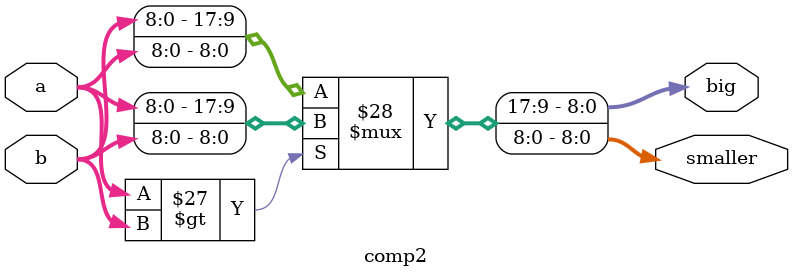
<source format=v>
module ESCAPE(
  //Input Port
  clk,
  rst_n,
  in_valid1,
  in_valid2,
  in,
  in_data,
  //Output Port
  out_valid1,
  out_valid2,
  out,
  out_data
);
// ===============================================================
// INPUT OUTPUT
// ===============================================================
input clk, rst_n, in_valid1, in_valid2;
input [1:0] in;
input [8:0] in_data;    
output reg	out_valid1, out_valid2;
output reg [2:0] out;
output reg [8:0] out_data;

// ===============================================================
// Parameters & Integer Declaration
// ===============================================================
parameter IDLE   = 3'd0;
parameter READ   = 3'd1;
parameter RESET  = 3'd2;
parameter START  = 3'd3;
parameter GETPAS = 3'd4;
parameter OUTPUT = 3'd5;  

integer i,j;
// ===============================================================
// Wire & Reg Declaration
// ===============================================================
//input register
reg [1:0] map_in [0:224];
reg [8:0] map_in_cnt;
reg [1:0] map [0:18][0:18];
reg signed [8:0] in_data_reg [0:3]; 
//reg [33:0] map_in [0:16];
//wire [33:0] map_out [0:16];
wire signed [9:0] in_data_sign; 
assign in_data_sign = {in_data[8],in_data};

//state machine
reg [2:0] current_state,next_state;
wire fin_maze;

//map info 
//reg [7:0] map2 [0:16][0:16];//128?
reg [2:0] H_num;//# of hostage 
reg [4:0] X_cnt, Y_cnt;//coordinate
//reg [4:0] X_cnt1, Y_cnt1;//coordinate
reg [1:0] Turn;//recordding previous step direction  0:Right 1:Down 2:Left 3:UP
reg [2:0] H_cnt; //count # of hostage 
reg       Stall,Find_h;
reg [2:0] in_data_cnt; //count # of password

//out register
//reg [1:0] out_reg [0:288];
wire signed [8:0] sort_out_data_reg0 [0:3];
wire signed [8:0] sort_out_data_reg1 [0:1];
wire signed [8:0] sort_out_data_reg2 [0:3];
reg signed [8:0] ex3_out_data_reg [0:3];
/*wire signed [8:0] ex3_out_sort_data_reg0 [0:3];
wire signed [8:0] ex3_out_sort_data_reg1 [0:1];
wire signed [8:0] ex3_out_sort_data_reg2 [0:3];*/
reg signed [8:0] sub_out_data_reg [0:3];
//reg signed [8:0] cum_out_data_reg [0:3];
reg signed [8:0] out_data_reg [0:3];
reg signed [8:0] max,min;
wire signed [8:0] mean;
reg signed [4:0] Y [0:3];
reg signed [7:0] X [0:3];
wire signed [8:0] tmp [0:3];
// ===============================================================
// Assign
// ===============================================================
assign fin_maze = (X_cnt == 5'd17) && (Y_cnt == 5'd17) && (H_cnt == 3'd0);

// ===============================================================
// Handle Input
// ===============================================================
//in_data_reg
always @(posedge clk or negedge rst_n) begin
  if (!rst_n) begin
    for(i=0; i < 4 ; i=i+1)in_data_reg[i] <= 9'd0;
  end
  else if (in_valid2) begin
    for(i=0; i < 4 ; i=i+1) begin
      if(i == in_data_cnt) in_data_reg[i] <= /*in_data*/in_data_sign;
      else                 in_data_reg[i] <= in_data_reg[i];
    end
  end      
  else begin 
    for(i=0; i < 4 ; i=i+1) begin
      if(i<H_num) in_data_reg[i]<= in_data_reg[i];
      else in_data_reg[i] <= -9'd256;
    end
  end            
end

always @(posedge clk or negedge rst_n) begin
  if      (!rst_n)                  in_data_cnt <= 3'd0;
  else if (in_valid2)               in_data_cnt <= in_data_cnt + 1'd1;
  else if (current_state == RESET)  in_data_cnt <= 3'd0;
  else if (current_state == OUTPUT) in_data_cnt <= in_data_cnt + 1'd1;
  else                              in_data_cnt <= in_data_cnt;
end

always @(posedge clk or negedge rst_n) begin
  if (!rst_n) for(i=0; i < 225 ; i=i+1)        map_in[i] <= 2'd0;
  else if (in_valid1) begin
     if (~Y_cnt[0] || (Y_cnt[0] && ~X_cnt[0])) map_in[map_in_cnt] <= in;
     else for(i=0; i < 225 ; i=i+1)            map_in[i] <= map_in[i];
  end
  else    for(i=0; i < 225 ; i=i+1)            map_in[i] <= map_in[i];
end

always @(posedge clk or negedge rst_n) begin
  if (!rst_n)                                 map_in_cnt <= 9'd0;
  else if (in_valid1) begin
    if (~Y_cnt[0] || (Y_cnt[0] && ~X_cnt[0])) map_in_cnt <= map_in_cnt + 1;
    else                                      map_in_cnt <= map_in_cnt;
  end
  else                                        map_in_cnt <= 9'd0;
end

always @(*) begin
  if (!rst_n) begin
    for(i=0; i < 19 ; i=i+1) begin
      for(j=0; j < 19; j=j+1) 
        map[i][j] = 2'd0;
    end  
  end  
  else begin
    for(i=1; i < 18 ; i=i+1) map[1][i] = map_in[i-1];
    map[2][1] = map_in[17];
    map[2][3] = map_in[18];
    map[2][5] = map_in[19];
    map[2][7] = map_in[20];
    map[2][9] = map_in[21];
    map[2][11] = map_in[22];
    map[2][13] = map_in[23];
    map[2][15] = map_in[24];
    map[2][17] = map_in[25];
    map[3][1]  = map_in[26];
    map[3][2]  = map_in[27];
    map[3][3]  = map_in[28];
    map[3][4]  = map_in[29];
    map[3][5]  = map_in[30];
    map[3][6]  = map_in[31];
    map[3][7]  = map_in[32];
    map[3][8]  = map_in[33];
    map[3][9]  = map_in[34];
    map[3][10] = map_in[35];
    map[3][11] = map_in[36];
    map[3][12] = map_in[37];
    map[3][13] = map_in[38];
    map[3][14] = map_in[39];
    map[3][15] = map_in[40];
    map[3][16] = map_in[41];
    map[3][17] = map_in[42];
    map[4][1]  = map_in[43];
    map[4][3]  = map_in[44];
    map[4][5]  = map_in[45];
    map[4][7]  = map_in[46];
    map[4][9]  = map_in[47];
    map[4][11] = map_in[48];
    map[4][13] = map_in[49];
    map[4][15] = map_in[50];
    map[4][17] = map_in[51];
    map[5][1]  = map_in[52];
    map[5][2]  = map_in[53];
    map[5][3]  = map_in[54];
    map[5][4]  = map_in[55];
    map[5][5]  = map_in[56];
    map[5][6]  = map_in[57];
    map[5][7]  = map_in[58];
    map[5][8]  = map_in[59];
    map[5][9]  = map_in[60];
    map[5][10] = map_in[61];
    map[5][11] = map_in[62];
    map[5][12] = map_in[63];
    map[5][13] = map_in[64];
    map[5][14] = map_in[65];
    map[5][15] = map_in[66];
    map[5][16] = map_in[67];
    map[5][17] = map_in[68];
    map[6][1]  = map_in[69];
    map[6][3]  = map_in[70];
    map[6][5]  = map_in[71];
    map[6][7]  = map_in[72];
    map[6][9]  = map_in[73];
    map[6][11] = map_in[74];
    map[6][13] = map_in[75];
    map[6][15] = map_in[76];
    map[6][17] = map_in[77];
    map[7][1]  = map_in[78];
    map[7][2]  = map_in[79];
    map[7][3]  = map_in[80];
    map[7][4]  = map_in[81];
    map[7][5]  = map_in[82];
    map[7][6]  = map_in[83];
    map[7][7]  = map_in[84];
    map[7][8]  = map_in[85];
    map[7][9]  = map_in[86];
    map[7][10] = map_in[87];
    map[7][11] = map_in[88];
    map[7][12] = map_in[89];
    map[7][13] = map_in[90];
    map[7][14] = map_in[91];
    map[7][15] = map_in[92];
    map[7][16] = map_in[93];
    map[7][17] = map_in[94];
    map[8][1]  = map_in[95];
    map[8][3]  = map_in[96];
    map[8][5]  = map_in[97];
    map[8][7]  = map_in[98];
    map[8][9]  = map_in[99];
    map[8][11] = map_in[100];
    map[8][13] = map_in[101];
    map[8][15] = map_in[102];
    map[8][17] = map_in[103];
    map[9][1]  = map_in[104];
    map[9][2]  = map_in[105];
    map[9][3]  = map_in[106];
    map[9][4]  = map_in[107];
    map[9][5]  = map_in[108];
    map[9][6]  = map_in[109];
    map[9][7]  = map_in[110];
    map[9][8]  = map_in[111];
    map[9][9]  = map_in[112];
    map[9][10] = map_in[113];
    map[9][11] = map_in[114];
    map[9][12] = map_in[115];
    map[9][13] = map_in[116];
    map[9][14] = map_in[117];
    map[9][15] = map_in[118];
    map[9][16] = map_in[119];
    map[9][17] = map_in[120];
    map[10][1] = map_in[121];
    map[10][3] = map_in[122];
    map[10][5] = map_in[123];
    map[10][7] = map_in[124];
    map[10][9] = map_in[125];
    map[10][11] = map_in[126];
    map[10][13] = map_in[127];
    map[10][15] = map_in[128];
    map[10][17] = map_in[129];
    map[11][1] = map_in[130];
    map[11][2] = map_in[131];
    map[11][3] = map_in[132];
    map[11][4] = map_in[133];
    map[11][5] = map_in[134];
    map[11][6] = map_in[135];
    map[11][7] = map_in[136];
    map[11][8] = map_in[137];
    map[11][9] = map_in[138];
    map[11][10] = map_in[139];
    map[11][11] = map_in[140];
    map[11][12] = map_in[141];
    map[11][13] = map_in[142];
    map[11][14] = map_in[143];
    map[11][15] = map_in[144];
    map[11][16] = map_in[145];
    map[11][17] = map_in[146];
    map[12][1] = map_in[147];
    map[12][3] = map_in[148];
    map[12][5] = map_in[149];
    map[12][7] = map_in[150];
    map[12][9] = map_in[151];
    map[12][11] = map_in[152];
    map[12][13] = map_in[153];
    map[12][15] = map_in[154];
    map[12][17] = map_in[155];
    map[13][1] = map_in[156];
    map[13][2] = map_in[157];
    map[13][3] = map_in[158];
    map[13][4] = map_in[159];
    map[13][5] = map_in[160];
    map[13][6] = map_in[161];
    map[13][7] = map_in[162];
    map[13][8] = map_in[163];
    map[13][9] = map_in[164];
    map[13][10] = map_in[165];
    map[13][11] = map_in[166];
    map[13][12] = map_in[167];
    map[13][13] = map_in[168];
    map[13][14] = map_in[169];
    map[13][15] = map_in[170];
    map[13][16] = map_in[171];
    map[13][17] = map_in[172];
    map[14][1] = map_in[173];
    map[14][3] = map_in[174];
    map[14][5] = map_in[175];
    map[14][7] = map_in[176];
    map[14][9] = map_in[177];
    map[14][11] = map_in[178];
    map[14][13] = map_in[179];
    map[14][15] = map_in[180];
    map[14][17] = map_in[181];
    map[15][1] = map_in[182];
    map[15][2] = map_in[183];
    map[15][3] = map_in[184];
    map[15][4] = map_in[185];
    map[15][5] = map_in[186];
    map[15][6] = map_in[187];
    map[15][7] = map_in[188];
    map[15][8] = map_in[189];
    map[15][9] = map_in[190];
    map[15][10] = map_in[191];
    map[15][11] = map_in[192];
    map[15][12] = map_in[193];
    map[15][13] = map_in[194];
    map[15][14] = map_in[195];
    map[15][15] = map_in[196];
    map[15][16] = map_in[197];
    map[15][17] = map_in[198];
    map[16][1] = map_in[199];
    map[16][3] = map_in[200];
    map[16][5] = map_in[201];
    map[16][7] = map_in[202];
    map[16][9] = map_in[203];
    map[16][11] = map_in[204];
    map[16][13] = map_in[205];
    map[16][15] = map_in[206];
    map[16][17] = map_in[207];
    for(i=1; i < 18 ; i=i+1) map[17][i] = map_in[i+207];
    for(i=2; i < 17; i=i+2) begin
      for(j=2; j < 17; j=j+2) map[i][j] = 2'd0;
    end
    for(i=0; i < 19 ; i=i+1) map[i][18] = 2'd0;
    for(i=0; i < 19 ; i=i+1) map[18][i] = 2'd0;
    for(i=0; i < 19 ; i=i+1) map[i][0] = 2'd0;
    for(i=0; i < 19 ; i=i+1) map[0][i] = 2'd0;
  end
end

always @(posedge clk or negedge rst_n) begin
  if (!rst_n) H_num <= 3'd0;
  else if (current_state == READ && (map_in[map_in_cnt-1]== 2'd3))   H_num <= H_num + 1'd1;
  else if (current_state == IDLE)                                    H_num <= 3'd0;
  else                                                               H_num <= H_num;                             
end

always @(posedge clk or negedge rst_n) begin
  if (!rst_n)                     H_cnt <= 3'd0;
  else if (current_state == READ) H_cnt <= H_num;
  else if (Find_h)                H_cnt <= H_cnt - 1'd1;
  else                            H_cnt <= H_cnt;
end

// ===============================================================
// Counter
// ===============================================================
always @(posedge clk or negedge rst_n) begin
  if (!rst_n) begin
    X_cnt <= 9'd0;
    Y_cnt <= 9'd0;
  end
  else if (/*current_state == READ && next_state == READ*/in_valid1) begin
    if(X_cnt == 9'd16) begin
      X_cnt <= 9'd0;
      Y_cnt <= Y_cnt + 1;
    end
    else begin
      X_cnt <= X_cnt + 1;
      Y_cnt <= Y_cnt;
    end
  end
  else if (current_state == START) begin  
    if(~Stall && ~Find_h && ~fin_maze) begin
      //0:Right 1:Down 2:Left 3:UP
      case (Turn)
        2'd0: begin //face Right
          if(map[Y_cnt+1][X_cnt] != 2'd0) begin //Down == turn right
            X_cnt <= X_cnt;
            Y_cnt <= Y_cnt + 1'b1;
          end
          else if (map[Y_cnt][X_cnt+1] != 2'd0) begin //Right == go straight
            X_cnt <= X_cnt + 1'b1;
            Y_cnt <= Y_cnt;
          end
          else if (map[Y_cnt-1][X_cnt] != 2'd0) begin //UP  == turn Left
            X_cnt <= X_cnt;
            Y_cnt <= Y_cnt - 1'b1;
          end
          else/* if (map[Y_cnt][X_cnt-1] != 2'd0) */begin //Left  == turn back
            X_cnt <= X_cnt - 1'b1;
            Y_cnt <= Y_cnt;
          end
        end
        2'd1: begin //face Down
          if (map[Y_cnt][X_cnt-1] != 2'd0) begin //Left  == turn Right
            X_cnt <= X_cnt - 1'b1;
            Y_cnt <= Y_cnt;
          end
          else if(map[Y_cnt+1][X_cnt] != 2'd0) begin //Down == go straight
            X_cnt <= X_cnt;
            Y_cnt <= Y_cnt + 1'b1; 
          end
          else if (map[Y_cnt][X_cnt+1] != 2'd0) begin //Right ==  turn Left
            X_cnt <= X_cnt + 1'b1;
            Y_cnt <= Y_cnt;
          end
          else/* if (map[Y_cnt-1][X_cnt] != 2'd0) */begin //UP == turn back
            X_cnt <= X_cnt;
            Y_cnt <= Y_cnt - 1'b1;
          end
        end
        2'd2: begin //face Left
          if (map[Y_cnt-1][X_cnt] != 2'd0) begin //UP == turn Right
            X_cnt <= X_cnt;
            Y_cnt <= Y_cnt - 1'b1;
          end
          else if (map[Y_cnt][X_cnt-1] != 2'd0) begin //Left  ==  go straight
            X_cnt <= X_cnt - 1'b1;
            Y_cnt <= Y_cnt; 
          end
          else if(map[Y_cnt+1][X_cnt] != 2'd0) begin //Down == turn Left 
            X_cnt <= X_cnt;
            Y_cnt <= Y_cnt + 1'b1;
          end
          else/* if (map[Y_cnt][X_cnt+1] != 2'd0) */begin //Right == turn back
            X_cnt <= X_cnt + 1'b1;
            Y_cnt <= Y_cnt;
          end
        end
        2'd3: begin
          if (map[Y_cnt][X_cnt+1] != 2'd0) begin //Right == turn Right 
            X_cnt <= X_cnt + 1'b1;
            Y_cnt <= Y_cnt;
          end
          else if (map[Y_cnt-1][X_cnt] != 2'd0) begin //UP == go straight
            X_cnt <= X_cnt;
            Y_cnt <= Y_cnt - 1'b1;
          end
          else if (map[Y_cnt][X_cnt-1] != 2'd0) begin //Left  == turn Left 
            X_cnt <= X_cnt - 1'b1;
            Y_cnt <= Y_cnt;
          end
          else/* if(map[Y_cnt+1][X_cnt] != 2'd0) */begin //Down ==  turn back
            X_cnt <= X_cnt;
            Y_cnt <= Y_cnt + 1'b1;
          end
        end
      endcase
    end
    else begin //restore to not stall condition
      X_cnt  <= X_cnt;
      Y_cnt  <= Y_cnt;
    end
  end
  else if (current_state == GETPAS) begin
    X_cnt  <= X_cnt;
    Y_cnt  <= Y_cnt;
  end
  else if (current_state == RESET) begin
    X_cnt  <= 9'd1;
    Y_cnt  <= 9'd1;
  end
  else begin
    X_cnt <= 9'd0;
    Y_cnt <= 9'd0;
  end
end

always @(posedge clk or negedge rst_n) begin
  if (!rst_n) Turn  <= 2'd0;
  else if (current_state == START) begin  
    if(~Stall && ~Find_h && ~fin_maze) begin//0:Right 1:Down 2:Left 3:UP
      case (Turn)
        2'd0: begin //face Right
          if      (map[Y_cnt+1][X_cnt] != 2'd0) Turn  <= 2'b1; //face turn Down //Down == turn right
          else if (map[Y_cnt][X_cnt+1] != 2'd0) Turn  <= 2'd0; //face turn Right //Right == go straight
          else if (map[Y_cnt-1][X_cnt] != 2'd0) Turn  <= 2'd3; //face turn UP //UP  == turn Left
          else                                  Turn  <= 2'd2; //face turn Left  //Left  == turn back
        end
        2'd1: begin //face Down
          if      (map[Y_cnt][X_cnt-1] != 2'd0) Turn  <= 2'd2; //face turn Left  //Left  == turn Right
          else if (map[Y_cnt+1][X_cnt] != 2'd0) Turn  <= 2'b1; //face turn Down  //Down == go straight
          else if (map[Y_cnt][X_cnt+1] != 2'd0) Turn  <= 2'd0; //face turn Right  //Right ==  turn Left
          else                                  Turn  <= 2'd3; //face turn UP  //UP == turn back
        end
        2'd2: begin //face Left
          if      (map[Y_cnt-1][X_cnt] != 2'd0) Turn  <= 2'd3; //face turn UP  //UP == turn Right
          else if (map[Y_cnt][X_cnt-1] != 2'd0) Turn  <= 2'd2; //face turn Left  //Left  ==  go straight
          else if (map[Y_cnt+1][X_cnt] != 2'd0) Turn  <= 2'b1; //face turn Down  //Down == turn Left 
          else                                  Turn  <= 2'd0; //face turn Right  //Right == turn back
        end
        2'd3: begin
          if      (map[Y_cnt][X_cnt+1] != 2'd0) Turn  <= 2'd0; //face turn Right  //Right == turn Right 
          else if (map[Y_cnt-1][X_cnt] != 2'd0) Turn  <= 2'd3;//face turn UP  //UP == go straight
          else if (map[Y_cnt][X_cnt-1] != 2'd0) Turn  <= 2'd2; //face turn Left  //Left  == turn Left 
          else                                  Turn  <= 2'b1;//face turn Down  //Down ==  turn back
        end
      endcase
    end
    else  Turn  <= Turn;
  end
  else if (current_state == GETPAS) Turn <= Turn;
  else  Turn  <= 2'd0;
end
// ===============================================================
// Wall follower algorithm
// ===============================================================
always @(posedge clk or negedge rst_n) begin
  if (!rst_n) begin
    Find_h <= 1'd0;
    Stall  <= 1'd0;
  end  
  else if (current_state == START) begin  
    if(~Stall && ~Find_h) begin
      //0:Right 1:Down 2:Left 3:UP
      case (Turn)
        2'd0: begin //face Right
          if (map[Y_cnt+1][X_cnt] != 2'd0) begin //Down == turn right
            if(map[Y_cnt+1][X_cnt] == 2'd2 ) Stall <= 1'b1;
            else                             Stall <= 1'b0;
            if(map[Y_cnt+1][X_cnt] == 2'd3 && (H_cnt!=0)) Find_h <= 1'b1;
            else                                          Find_h <= 1'b0;
          end
          else if (map[Y_cnt][X_cnt+1] != 2'd0) begin //Right == go straight
            if(map[Y_cnt][X_cnt+1] == 2'd2) Stall <= 1'b1;
            else                            Stall <= 1'b0;
            if(map[Y_cnt][X_cnt+1] == 2'd3 && (H_cnt!=0)) Find_h <= 1'b1;
            else                                          Find_h <= 1'b0;
          end
          else if (map[Y_cnt-1][X_cnt] != 2'd0) begin //UP  == turn Left
            if(map[Y_cnt-1][X_cnt] == 2'd2) Stall <= 1'b1;
            else                            Stall <= 1'b0;
            if(map[Y_cnt-1][X_cnt] == 2'd3  && (H_cnt!=0)) Find_h <= 1'b1;
            else                                           Find_h <= 1'b0;
          end
          else/* if (map[Y_cnt][X_cnt-1] != 2'd0) */begin //Left  == turn back
            if(map[Y_cnt][X_cnt-1] == 2'd2) Stall <= 1'b1;
            else                            Stall <= 1'b0;
            if(map[Y_cnt][X_cnt-1] == 2'd3  && (H_cnt!=0)) Find_h <= 1'b1;
            else                                           Find_h <= 1'b0;
          end
        end
        2'd1: begin //face Down
          if (map[Y_cnt][X_cnt-1] != 2'd0) begin //Left  == turn Right
            if(map[Y_cnt][X_cnt-1] == 2'd2) Stall <= 1'b1;
            else                            Stall <= 1'b0;
            if(map[Y_cnt][X_cnt-1] == 2'd3  && (H_cnt!=0)) Find_h <= 1'b1;
            else                                           Find_h <= 1'b0;
          end
          else if(map[Y_cnt+1][X_cnt] != 2'd0) begin //Down == go straight
            if(map[Y_cnt+1][X_cnt] == 2'd2) Stall <= 1'b1;
            else                            Stall <= 1'b0;
            if(map[Y_cnt+1][X_cnt] == 2'd3  && (H_cnt!=0)) Find_h <= 1'b1;
            else                                           Find_h <= 1'b0;
          end
          else if (map[Y_cnt][X_cnt+1] != 2'd0) begin //Right ==  turn Lef
            if(map[Y_cnt][X_cnt+1] == 2'd2) Stall <= 1'b1;
            else                            Stall <= 1'b0;
            if(map[Y_cnt][X_cnt+1] == 2'd3  && (H_cnt!=0)) Find_h <= 1'b1;
            else                            Find_h <= 1'b0;
          end
          else/* if (map[Y_cnt-1][X_cnt] != 2'd0) */begin //UP == turn back
            if(map[Y_cnt-1][X_cnt] == 2'd2) Stall <= 1'b1;
            else                            Stall <= 1'b0;
            if(map[Y_cnt-1][X_cnt] == 2'd3  && (H_cnt!=0)) Find_h <= 1'b1;
            else                                           Find_h <= 1'b0;
          end
        end
        2'd2: begin //face Left
          if (map[Y_cnt-1][X_cnt] != 2'd0) begin //UP == turn Right
            if(map[Y_cnt-1][X_cnt] == 2'd2) Stall <= 1'b1;
            else                            Stall <= 1'b0;
            if(map[Y_cnt-1][X_cnt] == 2'd3 && (H_cnt!=0)) Find_h <= 1'b1;
            else                                          Find_h <= 1'b0;
          end
          else if (map[Y_cnt][X_cnt-1] != 2'd0) begin //Left  ==  go straight 
            if(map[Y_cnt][X_cnt-1] == 2'd2) Stall <= 1'b1;
            else                            Stall <= 1'b0;
            if(map[Y_cnt][X_cnt-1] == 2'd3 && (H_cnt!=0)) Find_h <= 1'b1;
            else                                          Find_h <= 1'b0;
          end
          else if(map[Y_cnt+1][X_cnt] != 2'd0) begin //Down == turn Left 
            if(map[Y_cnt+1][X_cnt] == 2'd2) Stall <= 1'b1;
            else                            Stall <= 1'b0;
            if(map[Y_cnt+1][X_cnt] == 2'd3 && (H_cnt!=0)) Find_h <= 1'b1;
            else                                          Find_h <= 1'b0;
          end
          else/* if (map[Y_cnt][X_cnt+1] != 2'd0) */begin //Right == turn back
            if(map[Y_cnt][X_cnt+1] == 2'd2) Stall <= 1'b1;
            else                            Stall <= 1'b0;
            if(map[Y_cnt][X_cnt+1] == 2'd3 && (H_cnt!=0)) Find_h <= 1'b1;
            else                                          Find_h <= 1'b0;
          end
        end
        2'd3: begin
          if (map[Y_cnt][X_cnt+1] != 2'd0) begin //Right == turn Right 
            if(map[Y_cnt][X_cnt+1] == 2'd2) Stall <= 1'b1;
            else                            Stall <= 1'b0;
            if(map[Y_cnt][X_cnt+1] == 2'd3 && (H_cnt!=0)) Find_h <= 1'b1;
            else                                          Find_h <= 1'b0;
          end
          else if (map[Y_cnt-1][X_cnt] != 2'd0) begin //UP == go straight
            if(map[Y_cnt-1][X_cnt] == 2'd2) Stall <= 1'b1;
            else                            Stall <= 1'b0;
            if(map[Y_cnt-1][X_cnt] == 2'd3 && (H_cnt!=0)) Find_h <= 1'b1;
            else                                          Find_h <= 1'b0;
          end
          else if (map[Y_cnt][X_cnt-1] != 2'd0) begin //Left  == turn Left 
            if(map[Y_cnt][X_cnt-1] == 2'd2) Stall <= 1'b1;
            else                            Stall <= 1'b0;
            if(map[Y_cnt][X_cnt-1] == 2'd3 && (H_cnt!=0)) Find_h <= 1'b1;
            else                                          Find_h <= 1'b0;
          end
          else/* if(map[Y_cnt+1][X_cnt] != 2'd0) */begin //Down ==  turn back
            if(map[Y_cnt+1][X_cnt] == 2'd2) Stall <= 1'b1;
            else                            Stall <= 1'b0;
            if(map[Y_cnt+1][X_cnt] == 2'd3 && (H_cnt!=0)) Find_h <= 1'b1;
            else                                          Find_h <= 1'b0;
          end
        end
      endcase
    end
    else begin //stall finish
      Stall <= 1'b0;
      Find_h <= 1'b0;
    end
  end 
  else begin
    Find_h <= 1'b0;
    Stall  <= 1'b0;
  end
end
// ===============================================================
// Handle out_data
// ===============================================================
//sort
comp2 C0(.a(in_data_reg[0]), .b(in_data_reg[1]), .smaller(sort_out_data_reg0[1]), .big(sort_out_data_reg0[0]));
comp2 C1(.a(in_data_reg[2]), .b(in_data_reg[3]), .smaller(sort_out_data_reg0[3]), .big(sort_out_data_reg0[2]));
comp2 C2(.a(sort_out_data_reg0[0]), .b(sort_out_data_reg0[2]), .smaller(sort_out_data_reg1[0]), .big(sort_out_data_reg2[0]));
comp2 C3(.a(sort_out_data_reg0[1]), .b(sort_out_data_reg0[3]), .smaller(sort_out_data_reg2[3]), .big(sort_out_data_reg1[1]));
comp2 C4(.a(sort_out_data_reg1[0]), .b(sort_out_data_reg1[1]), .smaller(sort_out_data_reg2[2]), .big(sort_out_data_reg2[1]));
//ex-3
/*
comp2 C5(.a(ex3_out_data_reg[0]), .b(ex3_out_data_reg[1]), .smaller(ex3_out_sort_data_reg0[1]), .big(ex3_out_sort_data_reg0[0]));
comp2 C6(.a(ex3_out_data_reg[2]), .b(ex3_out_data_reg[3]), .smaller(ex3_out_sort_data_reg0[3]), .big(ex3_out_sort_data_reg0[2]));
comp2 C7(.a(ex3_out_sort_data_reg0[0]), .b(ex3_out_sort_data_reg0[2]), .smaller(ex3_out_sort_data_reg1[0]), .big(ex3_out_sort_data_reg2[0]));
comp2 C8(.a(ex3_out_sort_data_reg0[1]), .b(ex3_out_sort_data_reg0[3]), .smaller(ex3_out_sort_data_reg2[3]), .big(ex3_out_sort_data_reg1[1]));
comp2 C9(.a(ex3_out_sort_data_reg1[0]), .b(ex3_out_sort_data_reg1[1]), .smaller(ex3_out_sort_data_reg2[2]), .big(ex3_out_sort_data_reg2[1]));
*/
always @(*) begin
  if(!rst_n) for(i=0; i < 4; i=i+1) Y[i] = 5'd0;
  else begin
    for(i=0; i < 4; i=i+1) begin
       case (sort_out_data_reg2[i][3:0])  
        4'b0011: Y[i]=5'b00000;  
        4'b0100: Y[i]=5'b00001; 
        4'b0101: Y[i]=5'b00010;   
        4'b0110: Y[i]=5'b00011; 
        4'b0111: Y[i]=5'b00100;  
        4'b1000: Y[i]=5'b00101; 
        4'b1001: Y[i]=5'b00110;
        4'b1010: Y[i]=5'b00111;
        4'b1011: Y[i]=5'b01000;  
        4'b1100: Y[i]=5'b01001;   
        default: Y[i]=5'b00000;      
      endcase 
    end
  end
end

always @(*) begin
  if(!rst_n) for(i=0; i < 4; i=i+1) X[i] = 8'd0;
  else begin
    for(i=0; i < 4; i=i+1) begin
      case (sort_out_data_reg2[i][7:4])  
        4'b0011: X[i]=8'd0;  
        4'b0100: X[i]=8'd10; 
        4'b0101: X[i]=8'd20;   
        4'b0110: X[i]=8'd30;
        4'b0111: X[i]=8'd40;  
        4'b1000: X[i]=8'd50; 
        4'b1001: X[i]=8'd60;
        4'b1010: X[i]=8'd70;
        4'b1011: X[i]=8'd80;  
        4'b1100: X[i]=8'd90;  
        default: X[i]='d0;      
      endcase
    end
  end
end

always @(*) begin
  if(!rst_n) begin
    for(i=0; i < 4; i=i+1) begin
      ex3_out_data_reg[i] = 9'd0;
    end
  end
  else if(~H_num[0]) begin
    for(i=0; i < 4; i=i+1) begin
      if(sort_out_data_reg2[i][8]) ex3_out_data_reg[i] = -1*(X[i]+Y[i]);
      else                         ex3_out_data_reg[i] = (X[i]+Y[i]);   
    end
  end
  else begin
    for(i=0; i < 4; i=i+1) begin
      ex3_out_data_reg[i] = sort_out_data_reg2[i];
    end
  end
end

//sub mean
/*
always @(*) begin
  if(!rst_n) mean = 9'd0;
  else begin
    case (H_num)
      3'd2:    mean = (ex3_out_sort_data_reg2[0] + ex3_out_sort_data_reg2[1])/2;
      3'd3:    mean = (ex3_out_sort_data_reg2[0] + ex3_out_sort_data_reg2[2])/2;
      3'd4:    mean = (ex3_out_sort_data_reg2[0] + ex3_out_sort_data_reg2[3])/2;
      default: mean = 9'd0;
    endcase
  end
end*/

always @(*) begin
  if(!rst_n) max = 9'd0;
  else begin
    case (H_num)
      3'd2: max = ex3_out_data_reg[0];
      3'd3: begin
        if     (ex3_out_data_reg[0] >= ex3_out_data_reg[2] && ex3_out_data_reg[0] >= ex3_out_data_reg[1]) max = ex3_out_data_reg[0];
        else if(ex3_out_data_reg[1] >= ex3_out_data_reg[0] && ex3_out_data_reg[1] >= ex3_out_data_reg[2]) max = ex3_out_data_reg[1];
        else                                                                                            max = ex3_out_data_reg[2];
      end   
      3'd4: begin
        if     (ex3_out_data_reg[0] >= ex3_out_data_reg[2] && ex3_out_data_reg[0] >= ex3_out_data_reg[1] && ex3_out_data_reg[0] >= ex3_out_data_reg[3]) max = ex3_out_data_reg[0];
        else if(ex3_out_data_reg[1] >= ex3_out_data_reg[0] && ex3_out_data_reg[1] >= ex3_out_data_reg[2] && ex3_out_data_reg[1] >= ex3_out_data_reg[3]) max = ex3_out_data_reg[1];
        else if(ex3_out_data_reg[2] >= ex3_out_data_reg[0] && ex3_out_data_reg[2] >= ex3_out_data_reg[1] && ex3_out_data_reg[2] >= ex3_out_data_reg[3]) max = ex3_out_data_reg[2];
        else                                                                                                                                         max = ex3_out_data_reg[3];
      end   
      default: max = 9'd0;
    endcase
  end
end
always @(*) begin
  if(!rst_n) min = 9'd0;
  else begin
    case (H_num)
      3'd2: min = ex3_out_data_reg[1];
      3'd3: begin
        if     (ex3_out_data_reg[0] <= ex3_out_data_reg[2] && ex3_out_data_reg[0] <= ex3_out_data_reg[1]) min = ex3_out_data_reg[0];
        else if(ex3_out_data_reg[1] <= ex3_out_data_reg[0] && ex3_out_data_reg[1] <= ex3_out_data_reg[2]) min = ex3_out_data_reg[1];
        else                                                                                              min = ex3_out_data_reg[2];
      end   
      3'd4: begin
        if     (ex3_out_data_reg[0] <= ex3_out_data_reg[2] && ex3_out_data_reg[0] <= ex3_out_data_reg[1] && ex3_out_data_reg[0] <= ex3_out_data_reg[3]) min = ex3_out_data_reg[0];
        else if(ex3_out_data_reg[1] <= ex3_out_data_reg[0] && ex3_out_data_reg[1] <= ex3_out_data_reg[2] && ex3_out_data_reg[1] <= ex3_out_data_reg[3]) min = ex3_out_data_reg[1];
        else if(ex3_out_data_reg[2] <= ex3_out_data_reg[0] && ex3_out_data_reg[2] <= ex3_out_data_reg[1] && ex3_out_data_reg[2] <= ex3_out_data_reg[3]) min = ex3_out_data_reg[2];
        else                                                                                                                                            min = ex3_out_data_reg[3];
      end   
      default: min = 9'd0;
    endcase
  end
end
assign mean = (max + min)/2;

always @(posedge clk or negedge rst_n) begin
  if(!rst_n) for(i=0; i < 4; i=i+1) sub_out_data_reg[i] <= 9'd0;
  else       for(i=0; i < 4; i=i+1) sub_out_data_reg[i] <= ex3_out_data_reg[i] - mean;
end

//moving average
always @(*) begin
  if(!rst_n) for(i=0; i < 4; i=i+1) out_data_reg[i] = 9'd0;
  else begin
    out_data_reg[0] = sub_out_data_reg[0];
    out_data_reg[1] = (out_data_reg[0]*2+sub_out_data_reg[1])/3;
    out_data_reg[2] = (out_data_reg[1]*2+sub_out_data_reg[2])/3;
    out_data_reg[3] = (out_data_reg[2]*2+sub_out_data_reg[3])/3;
  end
end
// ===============================================================
// Finite State Machine
// ===============================================================
// Current State
always @(posedge clk or negedge rst_n) begin
    if (!rst_n) current_state <= IDLE;
    else        current_state <= next_state;
end

// Next State
always @(*) begin
  if (!rst_n) next_state = IDLE;
  else begin
    case (current_state)
      IDLE: begin
        if (in_valid1) next_state = READ;
        else           next_state = current_state;
      end
      READ: begin
        if (!in_valid1/*X_cnt==5'd17 && Y_cnt==5'd17*/) next_state = RESET;
        else            next_state = current_state;
      end
      RESET: begin
        if( fin_maze) next_state = OUTPUT;
        else          next_state = START;
      end
      START: begin
        if (Find_h)        next_state = GETPAS; //find hostage
        else if (fin_maze) next_state = RESET; //find exit
        else               next_state = current_state;
      end
      GETPAS: begin//find hostage so get password
        if (in_valid2) next_state = START;
        else           next_state = current_state;
      end
      OUTPUT: begin
        if (H_num == 0)                  next_state = IDLE;
        else if (in_data_cnt == H_num-1) next_state = IDLE;
        else                             next_state = current_state;
      end
      default: next_state = current_state;
    endcase
  end
end
// ===============================================================
// Output Logic
// ===============================================================
/*
always @(posedge clk or negedge rst_n) begin
  if (!rst_n) out_data   <= 9'd0;                   
  else begin
    if (current_state == OUTPUT) begin
      case(H_num)
        3'd0:    out_data <= 9'd0;
        3'd1:    out_data <= in_data_reg[0];
        3'd2:    out_data <= sub_out_data_reg[in_data_cnt];
        3'd3:    out_data <= out_data_reg[in_data_cnt];
        3'd4:    out_data <= out_data_reg[in_data_cnt];
        default: out_data <= 9'd0;
      endcase
    end
    else out_data   <= 9'd0;                
  end
end

always @(posedge clk or negedge rst_n) begin
  if (!rst_n)                    out_valid1 <= 1'b0;
  else begin
    if (current_state == OUTPUT) out_valid1 <= 1'b1;
    else                         out_valid1 <= 1'b0;                    
  end
end
*/
always @(posedge clk or negedge rst_n) begin
  if (!rst_n) begin
    out_data   <= 9'd0; 
    out_valid1 <= 1'b0;
  end                   
  else begin
    if (current_state == OUTPUT) begin
      case(H_num)
        3'd0:   begin
          out_data <= 9'd0;
          out_valid1 <= 1'b1;
        end 
        3'd1: begin
          out_data <= in_data_reg[0];
          out_valid1 <= 1'b1;
        end    
        3'd2:begin
          out_data <= sub_out_data_reg[in_data_cnt];
          out_valid1 <= 1'b1;
        end        
        3'd3:begin
          out_data <= out_data_reg[in_data_cnt];
          out_valid1 <= 1'b1;
        end         
        3'd4: begin
          out_data <= out_data_reg[in_data_cnt];
          out_valid1 <= 1'b1;
        end        
        default: begin
          out_data <= 9'd0;
          out_valid1 <= 1'b0;
        end     
      endcase
    end
    else begin
       out_data <= 9'd0;
       out_valid1 <= 1'b0;
    end                 
  end
end


always @(posedge clk or negedge rst_n) begin
  if (!rst_n) out <= 2'd0;        
  else if (current_state == START) begin 
    if(~Stall && ~Find_h && ~fin_maze) begin
      case (Turn) //0:Right 1:Down 2:Left 3:UP
        2'd0: begin //face Right
          if      (map[Y_cnt+1][X_cnt] != 2'd0) out <= 3'd1; //Down == turn right      
          else if (map[Y_cnt][X_cnt+1] != 2'd0) out <= 3'd0; //Right == go straight
          else if (map[Y_cnt-1][X_cnt] != 2'd0) out <= 3'd3; //UP  == turn Left
          else                                  out <= 3'd2; //Left  == turn back
        end
        2'd1: begin //face Down
          if      (map[Y_cnt][X_cnt-1] != 2'd0) out <= 3'd2; //Left  == turn Right
          else if (map[Y_cnt+1][X_cnt] != 2'd0) out <= 3'd1; //Down == go straight
          else if (map[Y_cnt][X_cnt+1] != 2'd0) out <= 3'd0; //Right ==  turn Lef
          else                                  out <= 3'd3; //UP == turn back
        end
        2'd2: begin //face Left
          if      (map[Y_cnt-1][X_cnt] != 2'd0) out <= 3'd3; //UP == turn Right   
          else if (map[Y_cnt][X_cnt-1] != 2'd0) out <= 3'd2; //Left  ==  go straight 
          else if (map[Y_cnt+1][X_cnt] != 2'd0) out <= 3'd1; //Down == turn Left 
          else                                                         out <= 3'd0; //Right == turn back
        end
        2'd3: begin //UP Left
          if      (map[Y_cnt][X_cnt+1] != 2'd0) out <= 3'd0; //Right == turn Right 
          else if (map[Y_cnt-1][X_cnt] != 2'd0) out <= 3'd3; //UP == go straight
          else if (map[Y_cnt][X_cnt-1] != 2'd0) out <= 3'd2; //Left  == turn Left 
          else                                                         out <= 3'd1; //Down ==  turn back
        end
      endcase
    end
    else if (Find_h || fin_maze) out <= 3'd0;
    else                         out <= 3'd4;//stall==1  reset stall
  end
  else                           out <= 3'd0;                        
end

always @(posedge clk or negedge rst_n) begin
  if (!rst_n) out_valid2 <= 1'b0;
  else if (current_state == START) begin  
    if(~Stall && ~Find_h && ~fin_maze) out_valid2 <= 1'b1; 
    else if (Find_h || fin_maze)       out_valid2 <= 1'b0;
    else out_valid2 <= 1'b1;//stall==1  reset stall
  end
  else   out_valid2 <= 1'b0;        
end

endmodule


module comp2(
 	a, 
	b,
	smaller,
	big
);
input  signed [8:0] a,b;
output signed [8:0] smaller,big;
assign {big,smaller} = (a>b) ? {a,b} : {b,a};

endmodule

</source>
